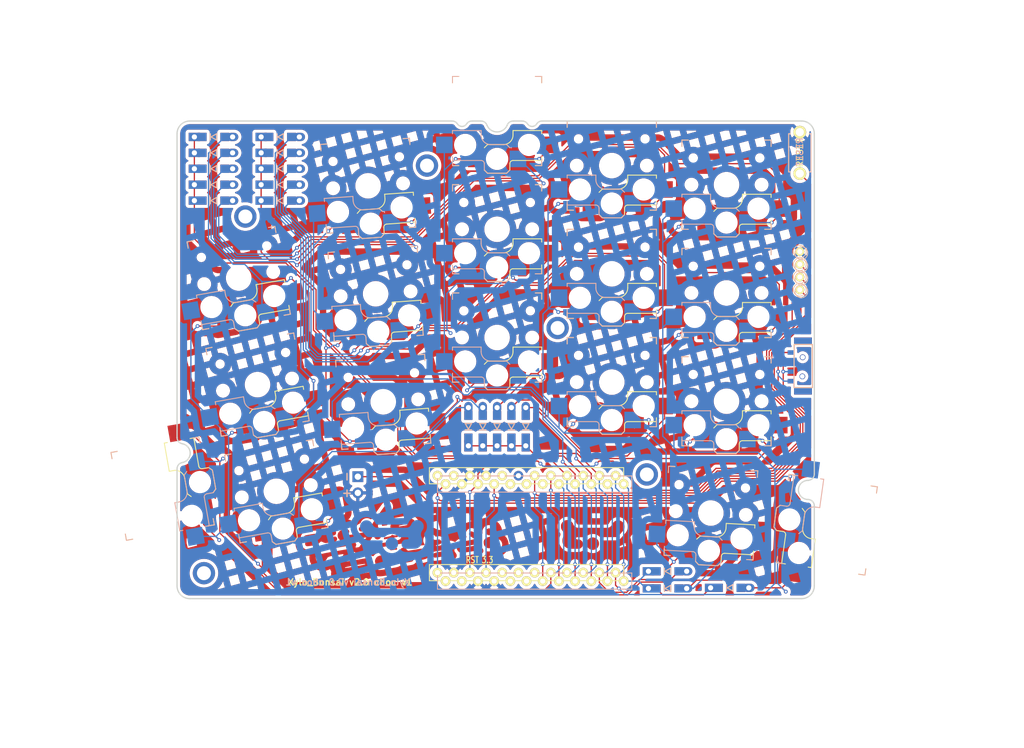
<source format=kicad_pcb>
(kicad_pcb (version 20241229) (generator "pcbnew") (generator_version "9.0")
  (layers (0 "F.Cu" signal) (2 "B.Cu" signal) (13 "F.Paste" user) (15 "B.Paste" user) (5 "F.SilkS" user "F.Silkscreen") (7 "B.SilkS" user "B.Silkscreen") (1 "F.Mask" user) (3 "B.Mask" user) (25 "Edge.Cuts" user))
  (net 0 "")
  (net 1 "Net-(BT2-+)")
  (net 2 "GND")
  (net 3 "Net-(D1-A)")
  (net 4 "R0")
  (net 5 "Net-(D2-A)")
  (net 6 "Net-(D3-A)")
  (net 7 "Net-(D4-A)")
  (net 8 "Net-(D5-A)")
  (net 9 "Net-(D6-A)")
  (net 10 "R1")
  (net 11 "Net-(D7-A)")
  (net 12 "Net-(D8-A)")
  (net 13 "Net-(D9-A)")
  (net 14 "Net-(D10-A)")
  (net 15 "Net-(D11-A)")
  (net 16 "Net-(D12-A)")
  (net 17 "R2")
  (net 18 "Net-(D13-A)")
  (net 19 "Net-(D14-A)")
  (net 20 "Net-(D15-A)")
  (net 21 "Net-(D16-A)")
  (net 22 "Net-(D17-A)")
  (net 23 "Net-(D18-A)")
  (net 24 "R3")
  (net 26 "Reset")
  (net 27 "C0")
  (net 28 "C1")
  (net 29 "C2")
  (net 30 "C3")
  (net 31 "C4")
  (net 35 "VCC")
  (net 36 "BAT+")
  (net 40 "SCL")
  (net 41 "SDA")
  (footprint "xylo:xylo" (layer "F.Cu") (at 184.815977 131 10)
    (property "Reference" "G***" (hide yes))
    (property "Value" "LOGO" (hide yes))
  )
  (footprint "xylo:D3_TH_SMD_v2" (layer "F.Cu") (at 155.5 68.5)
    (property "Reference" "D1" (hide yes))
    (property "Value" "D_Small" (hide yes))
  )
  (footprint "xylo:Kailh_socket_PG1350_reversible" (layer "F.Cu") (at 179.757 76.175 4)
    (property "Reference" "SW2" (hide yes))
    (property "Value" "MX_SW_HS" (hide yes))
  )
  (footprint "xylo:D3_TH_SMD_v2" (layer "F.Cu") (at 226.75 139.4)
    (property "Reference" "D17" (hide yes))
    (property "Value" "D_Small" (hide yes))
  )
  (footprint "xylo:Kailh_socket_PG1350_reversible" (layer "F.Cu") (at 218 90)
    (property "Reference" "SW9" (hide yes))
    (property "Value" "MX_SW_HS" (hide yes))
  )
  (footprint "MountingHole:MountingHole_2.2mm_M2_ISO7380_Pad" (layer "F.Cu") (at 154 137)
    (property "Reference" "MH4" (hide yes))
    (property "Value" "MountingHole" (hide yes))
  )
  (footprint "MountingHole:MountingHole_2.2mm_M2_ISO7380_Pad" (layer "F.Cu") (at 209.5 98.5)
    (property "Reference" "MH4" (hide yes))
    (property "Value" "MountingHole" (hide yes))
  )
  (footprint "xylo:Kailh_socket_PG1350_reversible_2" (layer "F.Cu") (at 147.518 123.728 100)
    (property "Reference" "SW16" (hide yes))
    (property "Value" "MX_SW_HS" (hide yes))
  )
  (footprint "xylo:D3_TH_SMD_v2" (layer "F.Cu") (at 155.5 76)
    (property "Reference" "D4" (hide yes))
    (property "Value" "D_Small" (hide yes))
  )
  (footprint "xylo:Kailh_socket_PG1350_reversible" (layer "F.Cu") (at 236 76)
    (property "Reference" "SW5" (hide yes))
    (property "Value" "MX_SW_HS" (hide yes))
  )
  (footprint "xylo:Kailh_socket_PG1350_reversible" (layer "F.Cu") (at 182.129 110.093 4)
    (property "Reference" "SW12" (hide yes))
    (property "Value" "MX_SW_HS" (hide yes))
  )
  (footprint "xylo:Kailh_socket_PG1350_reversible" (layer "F.Cu") (at 180.943 93.134 4)
    (property "Reference" "SW7" (hide yes))
    (property "Value" "MX_SW_HS" (hide yes))
  )
  (footprint "xylo:Kailh_socket_PG1350_reversible" (layer "F.Cu") (at 165.36 124.136 10)
    (property "Reference" "SW11" (hide yes))
    (property "Value" "MX_SW_HS" (hide yes))
  )
  (footprint "xylo:D3_TH_SMD_v2" (layer "F.Cu") (at 165.975 76)
    (property "Reference" "D9" (hide yes))
    (property "Value" "D_Small" (hide yes))
  )
  (footprint "xylo:MSK12C02_reversible" (layer "F.Cu") (at 249.3 108.35 180)
    (property "Reference" "PSW1" (hide yes))
    (property "Value" "SW_DPDT_x2" (hide yes))
  )
  (footprint "xylo:Kailh_socket_PG1350_reversible_3" (layer "F.Cu") (at 251.765 129.395 -98)
    (property "Reference" "SW18" (hide yes))
    (property "Value" "MX_SW_HS" (hide yes))
  )
  (footprint "xylo:D3_TH_SMD_v2" (layer "F.Cu") (at 226.75 136.7)
    (property "Reference" "D16" (hide yes))
    (property "Value" "D_Small" (hide yes))
  )
  (footprint "xylo:Kailh_socket_PG1350_reversible" (layer "F.Cu") (at 162.408 107.394 10)
    (property "Reference" "SW6" (hide yes))
    (property "Value" "MX_SW_HS" (hide yes))
  )
  (footprint "xylo:Kailh_socket_PG1350_reversible" (layer "F.Cu") (at 236 110)
    (property "Reference" "SW15" (hide yes))
    (property "Value" "MX_SW_HS" (hide yes))
  )
  (footprint "MountingHole:MountingHole_2.2mm_M2_ISO7380_Pad" (layer "F.Cu") (at 223.5 121.5)
    (property "Reference" "MH4" (hide yes))
    (property "Value" "MountingHole" (hide yes))
  )
  (footprint "xylo:D3_TH_SMD_v2" (layer "F.Cu") (at 155.5 73.5)
    (property "Reference" "D3" (hide yes))
    (property "Value" "D_Small" (hide yes))
  )
  (footprint "xylo:Kailh_socket_PG1350_reversible" (layer "F.Cu") (at 200 83)
    (property "Reference" "SW8" (hide yes))
    (property "Value" "MX_SW_HS" (hide yes))
  )
  (footprint "xylo:D3_TH_SMD_v2" (layer "F.Cu") (at 155.5 78.5)
    (property "Reference" "D5" (hide yes))
    (property "Value" "D_Small" (hide yes))
  )
  (footprint "xylo:D3_TH_SMD_v2" (layer "F.Cu") (at 165.975 68.5)
    (property "Reference" "D6" (hide yes))
    (property "Value" "D_Small" (hide yes))
  )
  (footprint "xylo:D3_TH_SMD_v2" (layer "F.Cu") (at 165.975 78.5)
    (property "Reference" "D10" (hide yes))
    (property "Value" "D_Small" (hide yes))
  )
  (footprint "xylo:Kailh_socket_PG1350_reversible" (layer "F.Cu") (at 218 73)
    (property "Reference" "SW4" (hide yes))
    (property "Value" "MX_SW_HS" (hide yes))
  )
  (footprint "xylo:Kailh_socket_PG1350_reversible" (layer "F.Cu") (at 236 93)
    (property "Reference" "SW10" (hide yes))
    (property "Value" "MX_SW_HS" (hide yes))
  )
  (footprint "xylo:D3_TH_SMD_v2" (layer "F.Cu") (at 204.5 114 90)
    (property "Reference" "D15" (hide yes))
    (property "Value" "D_Small" (hide yes))
  )
  (footprint "xylo:D3_TH_SMD_v2" (layer "F.Cu") (at 155.5 71)
    (property "Reference" "D2" (hide yes))
    (property "Value" "D_Small" (hide yes))
  )
  (footprint "xylo:D3_TH_SMD_v2" (layer "F.Cu") (at 195.5 114 90)
    (property "Reference" "D11" (hide yes))
    (property "Value" "D_Small" (hide yes))
  )
  (footprint "xylo:EX_conn" (layer "F.Cu") (at 247.5 86.5 -90)
    (property "Reference" "J1" (hide yes))
    (property "Value" "conn" (hide yes))
  )
  (footprint "xylo:D3_TH_SMD_v2" (layer "F.Cu") (at 236.5 139.3)
    (property "Reference" "D18" (hide yes))
    (property "Value" "D_Small" (hide yes))
  )
  (footprint "xylo:Kailh_socket_PG1350_reversible_4" (layer "F.Cu") (at 200 66)
    (property "Reference" "SW3" (hide yes))
    (property "Value" "MX_SW_HS" (hide yes))
  )
  (footprint "xylo:l" (layer "F.Cu") (at 215 131)
    (property "Reference" "G***" (hide yes))
    (property "Value" "LOGO" (hide yes))
  )
  (footprint "xylo:D3_TH_SMD_v2" (layer "F.Cu") (at 202.25 114 90)
    (property "Reference" "D14" (hide yes))
    (property "Value" "D_Small" (hide yes))
  )
  (footprint "xylo:D3_TH_SMD_v2" (layer "F.Cu") (at 200 114 90)
    (property "Reference" "D13" (hide yes))
    (property "Value" "D_Small" (hide yes))
  )
  (footprint "xylo:Kailh_socket_PG1350_reversible" (layer "F.Cu") (at 233.543 127.559 -3)
    (property "Reference" "SW17" (hide yes))
    (property "Value" "MX_SW_HS" (hide yes))
  )
  (footprint "MountingHole:MountingHole_2.2mm_M2_ISO7380_Pad" (layer "F.Cu") (at 160.5 81)
    (property "Reference" "MH4" (hide yes))
    (property "Value" "MountingHole" (hide yes))
  )
  (footprint "xylo:Kailh_socket_PG1350_reversible" (layer "F.Cu") (at 200 100)
    (property "Reference" "SW13" (hide yes))
    (property "Value" "MX_SW_HS" (hide yes))
  )
  (footprint "xylo:Kailh_socket_PG1350_reversible" (layer "F.Cu") (at 218 107)
    (property "Reference" "SW14" (hide yes))
    (property "Value" "MX_SW_HS" (hide yes))
  )
  (footprint "MountingHole:MountingHole_2.2mm_M2_ISO7380_Pad" (layer "F.Cu") (at 189 73)
    (property "Reference" "MH4" (hide yes))
    (property "Value" "MountingHole" (hide yes))
  )
  (footprint "xylo:ProMicro_v2" (layer "F.Cu") (at 205.128 129.35 90)
    (property "Reference" "U1" (hide yes))
    (property "Value" "nice_nano" (hide yes))
  )
  (footprint "xylo:Battery_TH" (layer "F.Cu") (at 178.15 121.85)
    (property "Reference" "BT2" (hide yes))
    (property "Value" "Battery_Cell" (hide yes))
  )
  (footprint "xylo:D3_TH_SMD_v2" (layer "F.Cu") (at 197.75 114 90)
    (property "Reference" "D12" (hide yes))
    (property "Value" "D_Small" (hide yes))
  )
  (footprint "xylo:ResetSW" (layer "F.Cu") (at 247.5 71 90)
    (property "Reference" "RSW1" (hide yes))
    (property "Value" "SW_Push")
  )
  (footprint "xylo:Kailh_socket_PG1350_reversible" (layer "F.Cu") (at 159.456 90.652 10)
    (property "Reference" "SW1" (hide yes))
    (property "Value" "MX_SW_HS" (hide yes))
  )
  (footprint "xylo:D3_TH_SMD_v2" (layer "F.Cu") (at 165.975 71)
    (property "Reference" "D7" (hide yes))
    (property "Value" "D_Small" (hide yes))
  )
  (footprint "xylo:D3_TH_SMD_v2" (layer "F.Cu") (at 165.975 73.5)
    (property "Reference" "D8" (hide yes))
    (property "Value" "D_Small" (hide yes))
  )
  (footprint "xylo:l" (layer "B.Cu") (at 183.5 131 180)
    (property "Reference" "G***" (hide yes))
    (property "Value" "LOGO" (hide yes))
  )
  (gr_line (start 149.780053 115.69177) (end 149.78 115.69177) (stroke (width 0.2)) (layer "Edge.Cuts"))
  (gr_line (start 149.78 120.61447) (end 149.78 138.99997) (stroke (width 0.2)) (layer "Edge.Cuts"))
  (gr_arc (start 248.785977 125.429076) (mid 249.489239 125.724057) (end 249.78 126.429058) (stroke (width 0.2)) (layer "Edge.Cuts"))
  (gr_arc (start 249.78 121.42917) (mid 249.489223 122.134143) (end 248.785977 122.42913) (stroke (width 0.2)) (layer "Edge.Cuts"))
  (gr_arc (start 206.214371 66.459722) (mid 205.49835 66.8509) (end 204.782329 66.459722) (stroke (width 0.2)) (layer "Edge.Cuts"))
  (gr_arc (start 150.604781 116.676353) (mid 151.841955 118.153166) (end 150.604781 119.629942) (stroke (width 0.2)) (layer "Edge.Cuts"))
  (gr_line (start 149.78 115.69177) (end 149.78 67.99997) (stroke (width 0.2)) (layer "Edge.Cuts"))
  (gr_arc (start 197.474228 66) (mid 198.036213 66.172859) (end 198.403919 66.631676) (stroke (width 0.2)) (layer "Edge.Cuts"))
  (gr_arc (start 201.592781 66.631676) (mid 199.99835 67.715) (end 198.403919 66.631676) (stroke (width 0.2)) (layer "Edge.Cuts"))
  (gr_line (start 151.780028 141) (end 247.792734 141) (stroke (width 0.2)) (layer "Edge.Cuts"))
  (gr_arc (start 151.780028 141) (mid 150.365794 140.414205) (end 149.78 138.99997) (stroke (width 0.2)) (layer "Edge.Cuts"))
  (gr_arc (start 195.214371 66.459722) (mid 194.49835 66.8509) (end 193.782329 66.459722) (stroke (width 0.2)) (layer "Edge.Cuts"))
  (gr_arc (start 149.78 120.61447) (mid 150.01344 119.972287) (end 150.604781 119.629942) (stroke (width 0.2)) (layer "Edge.Cuts"))
  (gr_arc (start 201.592781 66.631676) (mid 201.960474 66.172827) (end 202.522478 66) (stroke (width 0.2)) (layer "Edge.Cuts"))
  (gr_arc (start 206.214371 66.459722) (mid 206.576419 66.122425) (end 207.055858 66) (stroke (width 0.2)) (layer "Edge.Cuts"))
  (gr_arc (start 247.780028 66) (mid 249.194221 66.585778) (end 249.78 67.99997) (stroke (width 0.2)) (layer "Edge.Cuts"))
  (gr_arc (start 195.214371 66.459722) (mid 195.576419 66.122425) (end 196.055858 66) (stroke (width 0.2)) (layer "Edge.Cuts"))
  (gr_arc (start 192.940828 66) (mid 193.420272 66.122432) (end 193.782329 66.459722) (stroke (width 0.2)) (layer "Edge.Cuts"))
  (gr_line (start 249.78 126.429058) (end 249.78 138.99997) (stroke (width 0.2)) (layer "Edge.Cuts"))
  (gr_line (start 249.78 121.42917) (end 249.78 67.99997) (stroke (width 0.2)) (layer "Edge.Cuts"))
  (gr_line (start 151.78 66) (end 192.940828 66) (stroke (width 0.2)) (layer "Edge.Cuts"))
  (gr_arc (start 249.78 138.99997) (mid 249.194201 140.414184) (end 247.792734 141) (stroke (width 0.2)) (layer "Edge.Cuts"))
  (gr_line (start 196.055858 66) (end 197.474228 66) (stroke (width 0.2)) (layer "Edge.Cuts"))
  (gr_arc (start 150.604781 116.676353) (mid 150.013476 116.333989) (end 149.780053 115.69177) (stroke (width 0.2)) (layer "Edge.Cuts"))
  (gr_line (start 247.780028 66) (end 207.055858 66) (stroke (width 0.2)) (layer "Edge.Cuts"))
  (gr_arc (start 248.785977 125.429076) (mid 247.294895 123.92907) (end 248.785977 122.42913) (stroke (width 0.2)) (layer "Edge.Cuts"))
  (gr_arc (start 203.940828 66) (mid 204.420272 66.122432) (end 204.782329 66.459722) (stroke (width 0.2)) (layer "Edge.Cuts"))
  (gr_arc (start 149.78 67.99997) (mid 150.365774 66.585757) (end 151.78 66) (stroke (width 0.2)) (layer "Edge.Cuts"))
  (gr_line (start 202.522478 66) (end 203.940828 66) (stroke (width 0.2)) (layer "Edge.Cuts"))
  (gr_text "3.3" (at 197.5 135.5 0) (layer "F.SilkS") (effects (font (size 1 0.75) (thickness 0.15) (bold yes)) (justify left bottom)))
  (gr_text "Xylo_Bonsai v2.0 choc v1" (at 167 139 0) (layer "F.SilkS") (effects (font (size 1 1) (thickness 0.2) (bold yes)) (justify left bottom)))
  (gr_text "RST" (at 195 135.5 0) (layer "F.SilkS") (effects (font (size 1 0.75) (thickness 0.15) (bold yes)) (justify left bottom)))
  (gr_text "Xylo_Bonsai v2.0 choc v1" (at 186.5 139 0) (layer "B.SilkS") (effects (font (size 1 1) (thickness 0.2) (bold yes)) (justify left bottom mirror)))
  (gr_text "" (at 199.78 147.75 0) (layer "Edge.Cuts") (effects (font (size 3.5 3.15) (thickness 0.4375)) (justify top)))
  (segment (start 244.9 104.275) (end 245.325 103.85) (width 0.2) (layer "F.Cu") (net 1))
  (segment (start 189.4 126) (end 185.25 121.85) (width 0.2) (layer "F.Cu") (net 1))
  (segment (start 249.179 117.321) (end 243.949 122.551) (width 0.2) (layer "F.Cu") (net 1))
  (segment (start 231.7671 126) (end 189.4 126) (width 0.2) (layer "F.Cu") (net 1))
  (segment (start 249.179 112.329) (end 249.179 117.321) (width 0.2) (layer "F.Cu") (net 1))
  (segment (start 244.9 108.05) (end 249.179 112.329) (width 0.2) (layer "F.Cu") (net 1))
  (segment (start 245.325 103.85) (end 246.1 103.85) (width 0.2) (layer "F.Cu") (net 1))
  (segment (start 243.949 122.551) (end 235.2161 122.551) (width 0.2) (layer "F.Cu") (net 1))
  (segment (start 244.9 105.35) (end 244.9 104.275) (width 0.2) (layer "F.Cu") (net 1))
  (segment (start 235.2161 122.551) (end 231.7671 126) (width 0.2) (layer "F.Cu") (net 1))
  (segment (start 185.25 121.85) (end 178.15 121.85) (width 0.2) (layer "F.Cu") (net 1))
  (segment (start 244.9 105.35) (end 244.9 108.05) (width 0.2) (layer "F.Cu") (net 1))
  (via (at 244.9 105.35) (size 0.6) (drill 0.3) (layers "F.Cu" "B.Cu") (net 1))
  (segment (start 244.9 105.35) (end 246.1 105.35) (width 0.2) (layer "B.Cu") (net 1))
  (segment (start 167.65 90.65) (end 168.256465 91.256465) (width 0.2) (layer "F.Cu") (net 3))
  (segment (start 168.256465 91.256465) (end 168.256465 92.90809) (width 0.2) (layer "F.Cu") (net 3))
  (via (at 167.65 90.65) (size 0.6) (drill 0.3) (layers "F.Cu" "B.Cu") (net 3))
  (segment (start 160.4 88.5) (end 163.1 91.2) (width 0.2) (layer "B.Cu") (net 3))
  (segment (start 163.1 95.328456) (end 163.714452 95.942908) (width 0.2) (layer "B.Cu") (net 3))
  (segment (start 158.6 88.5) (end 160.4 88.5) (width 0.2) (layer "B.Cu") (net 3))
  (segment (start 163.1 91.2) (end 167.1 91.2) (width 0.2) (layer "B.Cu") (net 3))
  (segment (start 163.1 91.2) (end 163.1 95.328456) (width 0.2) (layer "B.Cu") (net 3))
  (segment (start 157.27 68.5) (end 154.721 71.049) (width 0.2) (layer "B.Cu") (net 3))
  (segment (start 154.721 71.049) (end 154.721 84.621) (width 0.2) (layer "B.Cu") (net 3))
  (segment (start 154.721 84.621) (end 158.6 88.5) (width 0.2) (layer "B.Cu") (net 3))
  (segment (start 167.1 91.2) (end 167.65 90.65) (width 0.2) (layer "B.Cu") (net 3))
  (segment (start 152.5 78.5) (end 152.5 84.5) (width 0.2) (layer "F.Cu") (net 4))
  (segment (start 183.31 107.8) (end 184.43 108.92) (width 0.2) (layer "F.Cu") (net 4))
  (segment (start 152.5 76) (end 152.5 73.5) (width 0.2) (layer "F.Cu") (net 4))
  (segment (start 152.5 73.5) (end 152.5 71) (width 0.2) (layer "F.Cu") (net 4))
  (segment (start 152.5 71) (end 152.5 68.5) (width 0.2) (layer "F.Cu") (net 4))
  (segment (start 187.231 119.001) (end 208.2774 119.001) (width 0.2) (layer "F.Cu") (net 4))
  (segment (start 166.85 88.3) (end 171.19 92.64) (width 0.2) (layer "F.Cu") (net 4))
  (segment (start 171.19 92.64) (end 171.19 98.84) (width 0.2) (layer "F.Cu") (net 4))
  (segment (start 152.5 84.5) (end 156.3 88.3) (width 0.2) (layer "F.Cu") (net 4))
  (segment (start 180.15 107.8) (end 183.31 107.8) (width 0.2) (layer "F.Cu") (net 4))
  (segment (start 212.24 135.6) (end 212.24 138.24) (width 0.2) (layer "F.Cu") (net 4))
  (segment (start 184.43 108.92) (end 184.43 116.2) (width 0.2) (layer "F.Cu") (net 4))
  (segment (start 156.3 88.3) (end 166.85 88.3) (width 0.2) (layer "F.Cu") (net 4))
  (segment (start 152.5 78.5) (end 152.5 76) (width 0.2) (layer "F.Cu") (net 4))
  (segment (start 184.43 116.2) (end 187.231 119.001) (width 0.2) (layer "F.Cu") (net 4))
  (segment (start 171.19 98.84) (end 180.15 107.8) (width 0.2) (layer "F.Cu") (net 4))
  (segment (start 208.2774 119.001) (end 210.97 121.6936) (width 0.2) (layer "F.Cu") (net 4))
  (via (at 212.24 135.6) (size 0.6) (drill 0.3) (layers "F.Cu" "B.Cu") (net 4))
  (segment (start 210.97 123.77) (end 210.97 121.6936) (width 0.2) (layer "B.Cu") (net 4))
  (segment (start 212.24 125.04) (end 210.97 123.77) (width 0.2) (layer "B.Cu") (net 4))
  (segment (start 212.24 135.6) (end 212.24 125.04) (width 0.2) (layer "B.Cu") (net 4))
  (segment (start 186.903 85.403) (end 187.3 85.8) (width 0.2) (layer "F.Cu") (net 5))
  (segment (start 188.273429 80.190679) (end 188.273429 79.33863) (width 0.2) (layer "F.Cu") (net 5))
  (segment (start 168.6 88.634373) (end 171.831373 85.403) (width 0.2) (layer "F.Cu") (net 5))
  (segment (start 171.831373 85.403) (end 186.903 85.403) (width 0.2) (layer "F.Cu") (net 5))
  (segment (start 186.582054 81.882054) (end 188.273429 80.190679) (width 0.2) (layer "F.Cu") (net 5))
  (via (at 186.582054 81.882054) (size 0.6) (drill 0.3) (layers "F.Cu" "B.Cu") (net 5))
  (via (at 168.6 88.634373) (size 0.6) (drill 0.3) (layers "F.Cu" "B.Cu") (net 5))
  (via (at 187.3 85.8) (size 0.6) (drill 0.3) (layers "F.Cu" "B.Cu") (net 5))
  (segment (start 183.439073 81.882054) (end 183.439073 81.939073) (width 0.2) (layer "B.Cu") (net 5))
  (segment (start 183.439073 81.882054) (end 186.582054 81.882054) (width 0.2) (layer "B.Cu") (net 5))
  (segment (start 168.6 88.634373) (end 168.065627 88.1) (width 0.2) (layer "B.Cu") (net 5))
  (segment (start 158.7671 88.1) (end 155.122 84.4549) (width 0.2) (layer "B.Cu") (net 5))
  (segment (start 155.122 84.4549) (end 155.122 73.148) (width 0.2) (layer "B.Cu") (net 5))
  (segment (start 168.065627 88.1) (end 158.7671 88.1) (width 0.2) (layer "B.Cu") (net 5))
  (segment (start 155.122 73.148) (end 157.27 71) (width 0.2) (layer "B.Cu") (net 5))
  (segment (start 183.439073 81.939073) (end 187.3 85.8) (width 0.2) (layer "B.Cu") (net 5))
  (segment (start 186.763605 85.002) (end 171.298 85.002) (width 0.2) (layer "F.Cu") (net 6))
  (segment (start 206.6 71.95) (end 208.275 70.275) (width 0.2) (layer "F.Cu") (net 6))
  (segment (start 206.902 75.402) (end 196.363605 75.402) (width 0.2) (layer "F.Cu") (net 6))
  (segment (start 208.275 70.275) (end 208.275 69.75) (width 0.2) (layer "F.Cu") (net 6))
  (segment (start 171.298 85.002) (end 168.6 87.7) (width 0.2) (layer "F.Cu") (net 6))
  (segment (start 207.3 75.8) (end 206.902 75.402) (width 0.2) (layer "F.Cu") (net 6))
  (segment (start 196.363605 75.402) (end 186.763605 85.002) (width 0.2) (layer "F.Cu") (net 6))
  (via (at 206.6 71.95) (size 0.6) (drill 0.3) (layers "F.Cu" "B.Cu") (net 6))
  (via (at 207.3 75.8) (size 0.6) (drill 0.3) (layers "F.Cu" "B.Cu") (net 6))
  (via (at 168.6 87.7) (size 0.6) (drill 0.3) (layers "F.Cu" "B.Cu") (net 6))
  (segment (start 203.45 71.95) (end 207.3 75.8) (width 0.2) (layer "B.Cu") (net 6))
  (segment (start 203.275 71.95) (end 203.45 71.95) (width 0.2) (layer "B.Cu") (net 6))
  (segment (start 158.9332 87.699) (end 155.523 84.2888) (width 0.2) (layer "B.Cu") (net 6))
  (segment (start 155.523 75.247) (end 157.27 73.5) (width 0.2) (layer "B.Cu") (net 6))
  (segment (start 168.599 87.699) (end 158.9332 87.699) (width 0.2) (layer "B.Cu") (net 6))
  (segment (start 155.523 84.2888) (end 155.523 75.247) (width 0.2) (layer "B.Cu") (net 6))
  (segment (start 203.275 71.95) (end 206.6 71.95) (width 0.2) (layer "B.Cu") (net 6))
  (segment (start 168.6 87.7) (end 168.599 87.699) (width 0.2) (layer "B.Cu") (net 6))
  (segment (start 226.275 77.525) (end 226.275 76.75) (width 0.2) (layer "F.Cu") (net 7))
  (segment (start 206.6661 75.001) (end 196.197505 75.001) (width 0.2) (layer "F.Cu") (net 7))
  (segment (start 224.85 78.95) (end 226.275 77.525) (width 0.2) (layer "F.Cu") (net 7))
  (segment (start 196.197505 75.001) (end 186.597505 84.601) (width 0.2) (layer "F.Cu") (net 7))
  (segment (start 170.799 84.601) (end 168.6 86.8) (width 0.2) (layer "F.Cu") (net 7))
  (segment (start 211.5661 70.101) (end 206.6661 75.001) (width 0.2) (layer "F.Cu") (net 7))
  (segment (start 226.275 76.75) (end 226.275 71.3421) (width 0.2) (layer "F.Cu") (net 7))
  (segment (start 186.597505 84.601) (end 170.799 84.601) (width 0.2) (layer "F.Cu") (net 7))
  (segment (start 225.0339 70.101) (end 211.5661 70.101) (width 0.2) (layer "F.Cu") (net 7))
  (segment (start 226.275 71.3421) (end 225.0339 70.101) (width 0.2) (layer "F.Cu") (net 7))
  (via (at 224.85 78.95) (size 0.6) (drill 0.3) (layers "F.Cu" "B.Cu") (net 7))
  (via (at 168.6 86.8) (size 0.6) (drill 0.3) (layers "F.Cu" "B.Cu") (net 7))
  (segment (start 159.0993 87.298) (end 159.102 87.298) (width 0.2) (layer "B.Cu") (net 7))
  (segment (start 159.102 87.298) (end 168.102 87.298) (width 0.2) (layer "B.Cu") (net 7))
  (segment (start 155.924 77.346) (end 155.924 84.1227) (width 0.2) (layer "B.Cu") (net 7))
  (segment (start 157.27 76) (end 155.924 77.346) (width 0.2) (layer "B.Cu") (net 7))
  (segment (start 168.102 87.298) (end 168.6 86.8) (width 0.2) (layer "B.Cu") (net 7))
  (segment (start 224.85 78.95) (end 221.275 78.95) (width 0.2) (layer "B.Cu") (net 7))
  (segment (start 155.924 84.1227) (end 159.0993 87.298) (width 0.2) (layer "B.Cu") (net 7))
  (segment (start 196.031405 74.6) (end 186.431405 84.2) (width 0.2) (layer "F.Cu") (net 8))
  (segment (start 244.275 80.775) (end 243.1 81.95) (width 0.2) (layer "F.Cu") (net 8))
  (segment (start 244.275 79.75) (end 244.275 74.675) (width 0.2) (layer "F.Cu") (net 8))
  (segment (start 206.5 74.6) (end 196.031405 74.6) (width 0.2) (layer "F.Cu") (net 8))
  (segment (start 186.431405 84.2) (end 170.3 84.2) (width 0.2) (layer "F.Cu") (net 8))
  (segment (start 170.3 84.2) (end 168.6 85.9) (width 0.2) (layer "F.Cu") (net 8))
  (segment (start 211.4 69.7) (end 206.5 74.6) (width 0.2) (layer "F.Cu") (net 8))
  (segment (start 244.275 74.675) (end 242.3 72.7) (width 0.2) (layer "F.Cu") (net 8))
  (segment (start 242.3 72.7) (end 228.2 72.7) (width 0.2) (layer "F.Cu") (net 8))
  (segment (start 228.2 72.7) (end 225.2 69.7) (width 0.2) (layer "F.Cu") (net 8))
  (segment (start 244.275 79.75) (end 244.275 80.775) (width 0.2) (layer "F.Cu") (net 8))
  (segment (start 225.2 69.7) (end 211.4 69.7) (width 0.2) (layer "F.Cu") (net 8))
  (via (at 168.6 85.9) (size 0.6) (drill 0.3) (layers "F.Cu" "B.Cu") (net 8))
  (via (at 243.1 81.95) (size 0.6) (drill 0.3) (layers "F.Cu" "B.Cu") (net 8))
  (segment (start 156.325 79.395) (end 157.22 78.5) (width 0.2) (layer "B.Cu") (net 8))
  (segment (start 157.22 78.5) (end 157.27 78.5) (width 0.2) (layer "B.Cu") (net 8))
  (segment (start 167.603 86.897) (end 159.2654 86.897) (width 0.2) (layer "B.Cu") (net 8))
  (segment (start 159.2654 86.897) (end 156.325 83.9566) (width 0.2) (layer "B.Cu") (net 8))
  (segment (start 239.275 81.95) (end 243.1 81.95) (width 0.2) (layer "B.Cu") (net 8))
  (segment (start 156.325 83.9566) (end 156.325 79.395) (width 0.2) (layer "B.Cu") (net 8))
  (segment (start 168.6 85.9) (end 167.603 86.897) (width 0.2) (layer "B.Cu") (net 8))
  (segment (start 171.2 106.8) (end 171.2 109.641625) (width 0.2) (layer "F.Cu") (net 9))
  (segment (start 171.2 109.641625) (end 171.208465 109.65009) (width 0.2) (layer "F.Cu") (net 9))
  (via (at 171.2 106.8) (size 0.6) (drill 0.3) (layers "F.Cu" "B.Cu") (net 9))
  (segment (start 171.2 106.8) (end 171.2 109.619716) (width 0.2) (layer "B.Cu") (net 9))
  (segment (start 165.2 80.6684) (end 165.2 71.045) (width 0.2) (layer "B.Cu") (net 9))
  (segment (start 171.2 106.8) (end 169.2 104.8) (width 0.2) (layer "B.Cu") (net 9))
  (segment (start 168.134808 112.684908) (end 166.666452 112.684908) (width 0.2) (layer "B.Cu") (net 9))
  (segment (start 169.2 84.6684) (end 165.2 80.6684) (width 0.2) (layer "B.Cu") (net 9))
  (segment (start 165.2 71.045) (end 167.745 68.5) (width 0.2) (layer "B.Cu") (net 9))
  (segment (start 169.2 104.8) (end 169.2 84.6684) (width 0.2) (layer "B.Cu") (net 9))
  (segment (start 171.2 109.619716) (end 168.134808 112.684908) (width 0.2) (layer "B.Cu") (net 9))
  (segment (start 214.8 135.6) (end 214.78 135.62) (width 0.2) (layer "F.Cu") (net 10))
  (segment (start 162.975 73.5) (end 162.975 76) (width 0.2) (layer "F.Cu") (net 10))
  (segment (start 162.975 86.575) (end 164.299 87.899) (width 0.2) (layer "F.Cu") (net 10))
  (segment (start 162.975 78.5) (end 162.975 86.575) (width 0.2) (layer "F.Cu") (net 10))
  (segment (start 162.975 76) (end 162.975 78.5) (width 0.2) (layer "F.Cu") (net 10))
  (segment (start 210.4164 118.6) (end 213.51 121.6936) (width 0.2) (layer "F.Cu") (net 10))
  (segment (start 167.0161 87.899) (end 171.591 92.4739) (width 0.2) (layer "F.Cu") (net 10))
  (segment (start 187.3971 118.6) (end 210.4164 118.6) (width 0.2) (layer "F.Cu") (net 10))
  (segment (start 171.591 92.4739) (end 171.591 98.6739) (width 0.2) (layer "F.Cu") (net 10))
  (segment (start 184.831 108.7539) (end 184.831 116.0339) (width 0.2) (layer "F.Cu") (net 10))
  (segment (start 183.4761 107.399) (end 184.831 108.7539) (width 0.2) (layer "F.Cu") (net 10))
  (segment (start 214.78 135.62) (end 214.78 138.24) (width 0.2) (layer "F.Cu") (net 10))
  (segment (start 180.3161 107.399) (end 183.4761 107.399) (width 0.2) (layer "F.Cu") (net 10))
  (segment (start 162.975 68.5) (end 162.975 71) (width 0.2) (layer "F.Cu") (net 10))
  (segment (start 162.975 71) (end 162.975 73.5) (width 0.2) (layer "F.Cu") (net 10))
  (segment (start 164.299 87.899) (end 167.0161 87.899) (width 0.2) (layer "F.Cu") (net 10))
  (segment (start 184.831 116.0339) (end 187.3971 118.6) (width 0.2) (layer "F.Cu") (net 10))
  (segment (start 171.591 98.6739) (end 180.3161 107.399) (width 0.2) (layer "F.Cu") (net 10))
  (via (at 214.8 135.6) (size 0.6) (drill 0.3) (layers "F.Cu" "B.Cu") (net 10))
  (segment (start 214.8 135.6) (end 214.8 125) (width 0.2) (layer "B.Cu") (net 10))
  (segment (start 213.51 123.71) (end 213.51 121.6936) (width 0.2) (layer "B.Cu") (net 10))
  (segment (start 214.8 125) (end 213.51 123.71) (width 0.2) (layer "B.Cu") (net 10))
  (segment (start 189.459429 96.392041) (end 189.459429 96.29763) (width 0.2) (layer "F.Cu") (net 11))
  (segment (start 187.625735 98.225735) (end 189.459429 96.392041) (width 0.2) (layer "F.Cu") (net 11))
  (via (at 187.625735 98.225735) (size 0.6) (drill 0.3) (layers "F.Cu" "B.Cu") (net 11))
  (segment (start 187.625735 98.225735) (end 187.010416 98.841054) (width 0.2) (layer "B.Cu") (net 11))
  (segment (start 184.625073 98.841054) (end 179.664127 103.802) (width 0.2) (layer "B.Cu") (net 11))
  (segment (start 169.6 84.501298) (end 165.601 80.502298) (width 0.2) (layer "B.Cu") (net 11))
  (segment (start 171.4678 103.802) (end 169.6 101.9342) (width 0.2) (layer "B.Cu") (net 11))
  (segment (start 165.601 80.502298) (end 165.601 73.144) (width 0.2) (layer "B.Cu") (net 11))
  (segment (start 179.664127 103.802) (end 171.4678 103.802) (width 0.2) (layer "B.Cu") (net 11))
  (segment (start 165.601 73.144) (end 167.745 71) (width 0.2) (layer "B.Cu") (net 11))
  (segment (start 187.010416 98.841054) (end 184.625073 98.841054) (width 0.2) (layer "B.Cu") (net 11))
  (segment (start 169.6 101.9342) (end 169.6 84.501298) (width 0.2) (layer "B.Cu") (net 11))
  (segment (start 186.0661 101.801) (end 186.0332 101.801) (width 0.2) (layer "F.Cu") (net 12))
  (segment (start 186.0322 101.802) (end 179.998 101.802) (width 0.2) (layer "F.Cu") (net 12))
  (segment (start 208.275 87.525) (end 208.275 86.75) (width 0.2) (layer "F.Cu") (net 12))
  (segment (start 202.5 90.6) (end 202.899 90.999) (width 0.2) (layer "F.Cu") (net 12))
  (segment (start 179.998 101.802) (end 179.7 102.1) (width 0.2) (layer "F.Cu") (net 12))
  (segment (start 186.0332 101.801) (end 186.0322 101.802) (width 0.2) (layer "F.Cu") (net 12))
  (segment (start 192.7 99.3) (end 192.302 98.902) (width 0.2) (layer "F.Cu") (net 12))
  (segment (start 204.801 90.999) (end 208.275 87.525) (width 0.2) (layer "F.Cu") (net 12))
  (segment (start 202.899 90.999) (end 204.801 90.999) (width 0.2) (layer "F.Cu") (net 12))
  (segment (start 188.9651 98.902) (end 186.0661 101.801) (width 0.2) (layer "F.Cu") (net 12))
  (segment (start 192.302 98.902) (end 188.9651 98.902) (width 0.2) (layer "F.Cu") (net 12))
  (via (at 179.7 102.1) (size 0.6) (drill 0.3) (layers "F.Cu" "B.Cu") (net 12))
  (via (at 192.7 99.3) (size 0.6) (drill 0.3) (layers "F.Cu" "B.Cu") (net 12))
  (via (at 202.5 90.6) (size 0.6) (drill 0.3) (layers "F.Cu" "B.Cu") (net 12))
  (segment (start 178.399 103.401) (end 171.6339 103.401) (width 0.2) (layer "B.Cu") (net 12))
  (segment (start 170.001 84.3352) (end 166.002 80.3362) (width 0.2) (layer "B.Cu") (net 12))
  (segment (start 200.5 91.5) (end 193.7 91.5) (width 0.2) (layer "B.Cu") (net 12))
  (segment (start 202.5 90.6) (end 201.95 90.05) (width 0.2) (layer "B.Cu") (net 12))
  (segment (start 179.7 102.1) (end 178.399 103.401) (width 0.2) (layer "B.Cu") (net 12))
  (segment (start 193.7 91.5) (end 192.126 93.074) (width 0.2) (layer "B.Cu") (net 12))
  (segment (start 171.6339 103.401) (end 170.001 101.7681) (width 0.2) (layer "B.Cu") (net 12))
  (segment (start 166.002 80.3362) (end 166.002 75.243) (width 0.2) (layer "B.Cu") (net 12))
  (segment (start 170.001 101.7681) (end 170.001 84.3352) (width 0.2) (layer "B.Cu") (net 12))
  (segment (start 201.95 90.05) (end 200.5 91.5) (width 0.2) (layer "B.Cu") (net 12))
  (segment (start 192.126 93.074) (end 192.126 98.726) (width 0.2) (layer "B.Cu") (net 12))
  (segment (start 201.95 90.05) (end 203.05 88.95) (width 0.2) (layer "B.Cu") (net 12))
  (segment (start 203.05 88.95) (end 203.275 88.95) (width 0.2) (layer "B.Cu") (net 12))
  (segment (start 192.126 98.726) (end 192.7 99.3) (width 0.2) (layer "B.Cu") (net 12))
  (segment (start 166.002 75.243) (end 167.745 73.5) (width 0.2) (layer "B.Cu") (net 12))
  (segment (start 211.8661 87.201) (end 224.9339 87.201) (width 0.2) (layer "F.Cu") (net 13))
  (segment (start 178.636658 102.036658) (end 179.272316 101.401) (width 0.2) (layer "F.Cu") (net 13))
  (segment (start 185.8661 101.401) (end 185.8671 101.4) (width 0.2) (layer "F.Cu") (net 13))
  (segment (start 207.2661 91.801) (end 211.8661 87.201) (width 0.2) (layer "F.Cu") (net 13))
  (segment (start 185.8671 101.4) (end 185.9 101.4) (width 0.2) (layer "F.Cu") (net 13))
  (segment (start 179.272316 101.401) (end 185.8661 101.401) (width 0.2) (layer "F.Cu") (net 13))
  (segment (start 193.8661 98.501) (end 200.5661 91.801) (width 0.2) (layer "F.Cu") (net 13))
  (segment (start 226.275 88.5421) (end 226.275 93.75) (width 0.2) (layer "F.Cu") (net 13))
  (segment (start 188.799 98.501) (end 193.8661 98.501) (width 0.2) (layer "F.Cu") (net 13))
  (segment (start 224.9339 87.201) (end 226.275 88.5421) (width 0.2) (layer "F.Cu") (net 13))
  (segment (start 200.5661 91.801) (end 207.2661 91.801) (width 0.2) (layer "F.Cu") (net 13))
  (segment (start 226.275 94.825) (end 226.275 93.75) (width 0.2) (layer "F.Cu") (net 13))
  (segment (start 185.9 101.4) (end 188.799 98.501) (width 0.2) (layer "F.Cu") (net 13))
  (segment (start 225.15 95.95) (end 226.275 94.825) (width 0.2) (layer "F.Cu") (net 13))
  (via (at 225.15 95.95) (size 0.6) (drill 0.3) (layers "F.Cu" "B.Cu") (net 13))
  (via (at 178.636658 102.036658) (size 0.6) (drill 0.3) (layers "F.Cu" "B.Cu") (net 13))
  (segment (start 178.636658 102.036658) (end 177.673316 103) (width 0.2) (layer "B.Cu") (net 13))
  (segment (start 177.673316 103) (end 171.8 103) (width 0.2) (layer "B.Cu") (net 13))
  (segment (start 171.8 103) (end 170.402 101.602) (width 0.2) (layer "B.Cu") (net 13))
  (segment (start 166.45065 80.21775) (end 166.45065 77.29435) (width 0.2) (layer "B.Cu") (net 13))
  (segment (start 170.402 101.602) (end 170.402 84.1691) (width 0.2) (layer "B.Cu") (net 13))
  (segment (start 166.45065 77.29435) (end 167.745 76) (width 0.2) (layer "B.Cu") (net 13))
  (segment (start 225.15 95.95) (end 221.275 95.95) (width 0.2) (layer "B.Cu") (net 13))
  (segment (start 170.402 84.1691) (end 166.45065 80.21775) (width 0.2) (layer "B.Cu") (net 13))
  (segment (start 177.6 102) (end 178.6 101) (width 0.2) (layer "F.Cu") (net 14))
  (segment (start 207.1 91.4) (end 211.7 86.8) (width 0.2) (layer "F.Cu") (net 14))
  (segment (start 225.1 86.8) (end 228.1 89.8) (width 0.2) (layer "F.Cu") (net 14))
  (segment (start 211.7 86.8) (end 225.1 86.8) (width 0.2) (layer "F.Cu") (net 14))
  (segment (start 178.6 101) (end 185.7 101) (width 0.2) (layer "F.Cu") (net 14))
  (segment (start 188.6 98.1) (end 193.7 98.1) (width 0.2) (layer "F.Cu") (net 14))
  (segment (start 243.05 98.95) (end 244.275 97.725) (width 0.2) (layer "F.Cu") (net 14))
  (segment (start 228.1 89.8) (end 242.4 89.8) (width 0.2) (layer "F.Cu") (net 14))
  (segment (start 244.275 97.725) (end 244.275 96.75) (width 0.2) (layer "F.Cu") (net 14))
  (segment (start 242.4 89.8) (end 244.275 91.675) (width 0.2) (layer "F.Cu") (net 14))
  (segment (start 185.7 101) (end 188.6 98.1) (width 0.2) (layer "F.Cu") (net 14))
  (segment (start 200.4 91.4) (end 207.1 91.4) (width 0.2) (layer "F.Cu") (net 14))
  (segment (start 244.275 91.675) (end 244.275 96.75) (width 0.2) (layer "F.Cu") (net 14))
  (segment (start 193.7 98.1) (end 200.4 91.4) (width 0.2) (layer "F.Cu") (net 14))
  (via (at 243.05 98.95) (size 0.6) (drill 0.3) (layers "F.Cu" "B.Cu") (net 14))
  (via (at 177.6 102) (size 0.6) (drill 0.3) (layers "F.Cu" "B.Cu") (net 14))
  (segment (start 177 102.6) (end 172 102.6) (width 0.2) (layer "B.Cu") (net 14))
  (segment (start 243.05 98.95) (end 239.275 98.95) (width 0.2) (layer "B.Cu") (net 14))
  (segment (start 170.803 84.003) (end 166.85165 80.05165) (width 0.2) (layer "B.Cu") (net 14))
  (segment (start 170.803 101.403) (end 170.803 84.003) (width 0.2) (layer "B.Cu") (net 14))
  (segment (start 177.6 102) (end 177 102.6) (width 0.2) (layer "B.Cu") (net 14))
  (segment (start 172 102.6) (end 170.803 101.403) (width 0.2) (layer "B.Cu") (net 14))
  (segment (start 166.85165 79.39335) (end 167.745 78.5) (width 0.2) (layer "B.Cu") (net 14))
  (segment (start 166.85165 80.05165) (end 166.85165 79.39335) (width 0.2) (layer "B.Cu") (net 14))
  (segment (start 174.160465 128.139535) (end 174.160465 126.39209) (width 0.2) (layer "F.Cu") (net 15))
  (segment (start 173.5 128.8) (end 174.160465 128.139535) (width 0.2) (layer "F.Cu") (net 15))
  (via (at 173.5 128.8) (size 0.6) (drill 0.3) (layers "F.Cu" "B.Cu") (net 15))
  (segment (start 172.873092 129.426908) (end 173.5 128.8) (width 0.2) (layer "B.Cu") (net 15))
  (segment (start 168.9 128.708456) (end 169.618452 129.426908) (width 0.2) (layer "B.Cu") (net 15))
  (segment (start 195.5 111) (end 193.630473 111) (width 0.2) (layer "B.Cu") (net 15))
  (segment (start 186.730473 117.9) (end 174.1 117.9) (width 0.2) (layer "B.Cu") (net 15))
  (segment (start 168.9 123.1) (end 168.9 128.708456) (width 0.2) (layer "B.Cu") (net 15))
  (segment (start 169.618452 129.426908) (end 172.873092 129.426908) (width 0.2) (layer "B.Cu") (net 15))
  (segment (start 193.630473 111) (end 186.730473 117.9) (width 0.2) (layer "B.Cu") (net 15))
  (segment (start 174.1 117.9) (end 168.9 123.1) (width 0.2) (layer "B.Cu") (net 15))
  (segment (start 193.76 110.142059) (end 190.645429 113.25663) (width 0.2) (layer "F.Cu") (net 16))
  (segment (start 193.76 109.316627) (end 193.76 110.142059) (width 0.2) (layer "F.Cu") (net 16))
  (via (at 193.76 109.316627) (size 0.6) (drill 0.3) (layers "F.Cu" "B.Cu") (net 16))
  (segment (start 197.75 111.666083) (end 195.893917 109.81) (width 0.2) (layer "B.Cu") (net 16))
  (segment (start 188.263319 115.800054) (end 185.811073 115.800054) (width 0.2) (layer "B.Cu") (net 16))
  (segment (start 194.253373 109.81) (end 188.263319 115.800054) (width 0.2) (layer "B.Cu") (net 16))
  (segment (start 197.75 112.23) (end 197.75 111.666083) (width 0.2) (layer "B.Cu") (net 16))
  (segment (start 195.893917 109.81) (end 194.253373 109.81) (width 0.2) (layer "B.Cu") (net 16))
  (segment (start 193.76 109.316627) (end 194.253373 109.81) (width 0.2) (layer "B.Cu") (net 16))
  (segment (start 217.32 135.6) (end 217.32 138.24) (width 0.2) (layer "F.Cu") (net 17))
  (segment (start 212.5564 118.2) (end 216.05 121.6936) (width 0.2) (layer "F.Cu") (net 17))
  (segment (start 197.75 117) (end 195.5 117) (width 0.2) (layer "F.Cu") (net 17))
  (segment (start 204.5 117) (end 205.7 118.2) (width 0.2) (layer "F.Cu") (net 17))
  (segment (start 204.5 117) (end 202.25 117) (width 0.2) (layer "F.Cu") (net 17))
  (segment (start 205.7 118.2) (end 212.5564 118.2) (width 0.2) (layer "F.Cu") (net 17))
  (segment (start 200 117) (end 197.75 117) (width 0.2) (layer "F.Cu") (net 17))
  (segment (start 202.25 117) (end 200 117) (width 0.2) (layer "F.Cu") (net 17))
  (via (at 217.32 135.6) (size 0.6) (drill 0.3) (layers "F.Cu" "B.Cu") (net 17))
  (segment (start 217.32 124.92) (end 216.05 123.65) (width 0.2) (layer "B.Cu") (net 17))
  (segment (start 216.05 123.65) (end 216.05 121.6936) (width 0.2) (layer "B.Cu") (net 17))
  (segment (start 217.32 135.6) (end 217.32 124.92) (width 0.2) (layer "B.Cu") (net 17))
  (segment (start 205.33 105.67) (end 206.355 105.67) (width 0.2) (layer "F.Cu") (net 18))
  (segment (start 206.355 105.675) (end 206.355 105.67) (width 0.2) (layer "F.Cu") (net 18))
  (segment (start 206.88 106.2) (end 206.355 105.675) (width 0.2) (layer "F.Cu") (net 18))
  (segment (start 200 111) (end 205.33 105.67) (width 0.2) (layer "F.Cu") (net 18))
  (segment (start 206.355 105.67) (end 208.275 103.75) (width 0.2) (layer "F.Cu") (net 18))
  (via (at 206.88 106.2) (size 0.6) (drill 0.3) (layers "F.Cu" "B.Cu") (net 18))
  (segment (start 206.63 105.95) (end 203.275 105.95) (width 0.2) (layer "B.Cu") (net 18))
  (segment (start 206.88 106.2) (end 206.63 105.95) (width 0.2) (layer "B.Cu") (net 18))
  (segment (start 226.275 112.755) (end 226.275 110.75) (width 0.2) (layer "F.Cu") (net 19))
  (segment (start 220.432 118.598) (end 224.46 114.57) (width 0.2) (layer "F.Cu") (net 19))
  (segment (start 205.3006 109.81) (end 214.0886 118.598) (width 0.2) (layer "F.Cu") (net 19))
  (segment (start 224.46 114.57) (end 226.275 112.755) (width 0.2) (layer "F.Cu") (net 19))
  (segment (start 202.25 111) (end 203.44 109.81) (width 0.2) (layer "F.Cu") (net 19))
  (segment (start 214.0886 118.598) (end 220.432 118.598) (width 0.2) (layer "F.Cu") (net 19))
  (segment (start 223.79 113.9) (end 224.46 114.57) (width 0.2) (layer "F.Cu") (net 19))
  (segment (start 203.44 109.81) (end 205.3006 109.81) (width 0.2) (layer "F.Cu") (net 19))
  (segment (start 223.79 112.94) (end 223.79 113.9) (width 0.2) (layer "F.Cu") (net 19))
  (via (at 223.79 112.94) (size 0.6) (drill 0.3) (layers "F.Cu" "B.Cu") (net 19))
  (segment (start 221.285 112.94) (end 221.275 112.95) (width 0.2) (layer "B.Cu") (net 19))
  (segment (start 223.79 112.94) (end 221.285 112.94) (width 0.2) (layer "B.Cu") (net 19))
  (segment (start 205.9235 111) (end 213.9225 118.999) (width 0.2) (layer "F.Cu") (net 20))
  (segment (start 204.5 111) (end 205.9235 111) (width 0.2) (layer "F.Cu") (net 20))
  (segment (start 241.071 118.999) (end 242.76 117.31) (width 0.2) (layer "F.Cu") (net 20))
  (segment (start 213.9225 118.999) (end 241.071 118.999) (width 0.2) (layer "F.Cu") (net 20))
  (segment (start 244.275 115.795) (end 244.275 113.75) (width 0.2) (layer "F.Cu") (net 20))
  (segment (start 241.65 116.2) (end 242.76 117.31) (width 0.2) (layer "F.Cu") (net 20))
  (segment (start 242.76 117.31) (end 244.275 115.795) (width 0.2) (layer "F.Cu") (net 20))
  (via (at 241.65 116.2) (size 0.6) (drill 0.3) (layers "F.Cu" "B.Cu") (net 20))
  (segment (start 241.65 116.2) (end 241.4 115.95) (width 0.2) (layer "B.Cu") (net 20))
  (segment (start 241.4 115.95) (end 239.275 115.95) (width 0.2) (layer "B.Cu") (net 20))
  (segment (start 220.501 140.399) (end 222.5 138.4) (width 0.2) (layer "F.Cu") (net 21))
  (segment (start 151.927535 114.927535) (end 156.5 119.5) (width 0.2) (layer "F.Cu") (net 21))
  (segment (start 166.199 140.399) (end 220.501 140.399) (width 0.2) (layer "F.Cu") (net 21))
  (segment (start 222.5 138.4) (end 226.825 138.4) (width 0.2) (layer "F.Cu") (net 21))
  (segment (start 156.5 130.7) (end 166.199 140.399) (width 0.2) (layer "F.Cu") (net 21))
  (segment (start 156.5 119.5) (end 157 119) (width 0.2) (layer "F.Cu") (net 21))
  (segment (start 150.381 114.927535) (end 151.927535 114.927535) (width 0.2) (layer "F.Cu") (net 21))
  (segment (start 156.5 119.5) (end 156.5 130.7) (width 0.2) (layer "F.Cu") (net 21))
  (segment (start 226.825 138.4) (end 228.525 136.7) (width 0.2) (layer "F.Cu") (net 21))
  (via (at 157 119) (size 0.6) (drill 0.3) (layers "F.Cu" "B.Cu") (net 21))
  (segment (start 157 119) (end 156.530452 119.469548) (width 0.2) (layer "B.Cu") (net 21))
  (segment (start 156.530452 119.469548) (end 152.808908 119.469548) (width 0.2) (layer "B.Cu") (net 21))
  (segment (start 235.247341 138.1) (end 241.6104 131.736941) (width 0.2) (layer "F.Cu") (net 22))
  (segment (start 231.289 138.1) (end 235.247341 138.1) (width 0.2) (layer "F.Cu") (net 22))
  (segment (start 229.989 139.4) (end 231.289 138.1) (width 0.2) (layer "F.Cu") (net 22))
  (segment (start 229.75 139.4) (end 229.989 139.4) (width 0.2) (layer "F.Cu") (net 22))
  (segment (start 230.774359 139.4) (end 236.502113 133.672246) (width 0.2) (layer "B.Cu") (net 22))
  (segment (start 229.75 139.4) (end 230.774359 139.4) (width 0.2) (layer "B.Cu") (net 22))
  (segment (start 239.5 139.3) (end 244.7 139.3) (width 0.2) (layer "F.Cu") (net 23))
  (segment (start 244.7 139.3) (end 245.3 139.9) (width 0.2) (layer "F.Cu") (net 23))
  (segment (start 244.7 139.3) (end 246.899837 137.100163) (width 0.2) (layer "F.Cu") (net 23))
  (segment (start 246.899837 137.100163) (end 246.899837 137.067569) (width 0.2) (layer "F.Cu") (net 23))
  (via (at 245.3 139.9) (size 0.6) (drill 0.3) (layers "F.Cu" "B.Cu") (net 23))
  (segment (start 245.3 139.9) (end 244 138.6) (width 0.2) (layer "B.Cu") (net 23))
  (segment (start 244 133.227161) (end 245.417113 131.810048) (width 0.2) (layer "B.Cu") (net 23))
  (segment (start 244 138.6) (end 244 133.227161) (width 0.2) (layer "B.Cu") (net 23))
  (segment (start 219.86 135.6) (end 219.86 138.24) (width 0.2) (layer "F.Cu") (net 24))
  (segment (start 225.974 140.399) (end 232.401 140.399) (width 0.2) (layer "F.Cu") (net 24))
  (segment (start 224.975 139.4) (end 225.974 140.399) (width 0.2) (layer "F.Cu") (net 24))
  (segment (start 232.401 140.399) (end 233.5 139.3) (width 0.2) (layer "F.Cu") (net 24))
  (segment (start 223.75 139.705) (end 223.75 139.75) (width 0.2) (layer "F.Cu") (net 24))
  (via (at 219.86 135.6) (size 0.6) (drill 0.3) (layers "F.Cu" "B.Cu") (net 24))
  (segment (start 223.37 139.4) (end 223.75 139.4) (width 0.2) (layer "B.Cu") (net 24))
  (segment (start 219.86 138.24) (end 222.21 138.24) (width 0.2) (layer "B.Cu") (net 24))
  (segment (start 222.21 138.24) (end 223.37 139.4) (width 0.2) (layer "B.Cu") (net 24))
  (segment (start 222.21 138.24) (end 223.75 136.7) (width 0.2) (layer "B.Cu") (net 24))
  (segment (start 219.86 135.6) (end 219.86 124.86) (width 0.2) (layer "B.Cu") (net 24))
  (segment (start 218.59 123.59) (end 218.59 121.6936) (width 0.2) (layer "B.Cu") (net 24))
  (segment (start 219.86 124.86) (end 218.59 123.59) (width 0.2) (layer "B.Cu") (net 24))
  (segment (start 223.75 137.05) (end 223.75 136.7) (width 0.2) (layer "B.Cu") (net 24))
  (segment (start 206.402 119.402) (end 206.8 119.8) (width 0.2) (layer "F.Cu") (net 26))
  (segment (start 195.73 124.27) (end 197 123) (width 0.2) (layer "F.Cu") (net 26))
  (segment (start 246.3 86.25) (end 246.3 98.0158) (width 0.2) (layer "F.Cu") (net 26))
  (segment (start 243.1027 120.546) (end 234.354 120.546) (width 0.2) (layer "F.Cu") (net 26))
  (segment (start 198.998 119.402) (end 206.402 119.402) (width 0.2) (layer "F.Cu") (net 26))
  (segment (start 249.179 83.371) (end 246.3 86.25) (width 0.2) (layer "F.Cu") (net 26))
  (segment (start 249.179 75.929) (end 249.179 83.371) (width 0.2) (layer "F.Cu") (net 26))
  (segment (start 216 119.4) (end 215.6 119.8) (width 0.2) (layer "F.Cu") (net 26))
  (segment (start 242.295997 108.281497) (end 247.174 113.1595) (width 0.2) (layer "F.Cu") (net 26))
  (segment (start 242.295997 102.019803) (end 242.295997 108.281497) (width 0.2) (layer "F.Cu") (net 26))
  (segment (start 218.2 119.4) (end 216 119.4) (width 0.2) (layer "F.Cu") (net 26))
  (segment (start 234.354 120.546) (end 230.9 124) (width 0.2) (layer "F.Cu") (net 26))
  (segment (start 246.3 98.0158) (end 242.295997 102.019803) (width 0.2) (layer "F.Cu") (net 26))
  (segment (start 247.174 113.1595) (end 247.174 116.4747) (width 0.2) (layer "F.Cu") (net 26))
  (segment (start 247.174 116.4747) (end 243.1027 120.546) (width 0.2) (layer "F.Cu") (net 26))
  (segment (start 247.5 74.25) (end 249.179 75.929) (width 0.2) (layer "F.Cu") (net 26))
  (segment (start 197 123) (end 197 121.4) (width 0.2) (layer "F.Cu") (net 26))
  (segment (start 222.8 124) (end 218.2 119.4) (width 0.2) (layer "F.Cu") (net 26))
  (segment (start 197 121.4) (end 198.998 119.402) (width 0.2) (layer "F.Cu") (net 26))
  (segment (start 230.9 124) (end 222.8 124) (width 0.2) (layer "F.Cu") (net 26))
  (via (at 206.8 119.8) (size 0.6) (drill 0.3) (layers "F.Cu" "B.Cu") (net 26))
  (via (at 215.6 119.8) (size 0.6) (drill 0.3) (layers "F.Cu" "B.Cu") (net 26))
  (via (at 195.73 124.27) (size 0.6) (drill 0.3) (layers "F.Cu" "B.Cu") (net 26))
  (segment (start 207.2 120.2) (end 215.2 120.2) (width 0.2) (layer "B.Cu") (net 26))
  (segment (start 215.2 120.2) (end 215.6 119.8) (width 0.2) (layer "B.Cu") (net 26))
  (segment (start 206.8 119.8) (end 207.2 120.2) (width 0.2) (layer "B.Cu") (net 26))
  (segment (start 195.73 124.27) (end 195.73 136.9136) (width 0.2) (layer "B.Cu") (net 26))
  (segment (start 163.167961 136.2) (end 163.167961 130.564304) (width 0.2) (layer "F.Cu") (net 27))
  (segment (start 162.483981 135.516019) (end 163.167961 136.2) (width 0.2) (layer "F.Cu") (net 27))
  (segment (start 207.102 139.998) (end 166.3651 139.998) (width 0.2) (layer "F.Cu") (net 27))
  (segment (start 158.4 114.937865) (end 159.1004 114.937865) (width 0.2) (layer "F.Cu") (net 27))
  (segment (start 156.144265 98.2) (end 157.263961 97.080304) (width 0.2) (layer "F.Cu") (net 27))
  (segment (start 163.167961 136.800861) (end 163.167961 136.2) (width 0.2) (layer "F.Cu") (net 27))
  (segment (start 208.43 136.9136) (end 208.43 138.67) (width 0.2) (layer "F.Cu") (net 27))
  (segment (start 159.1004 114.937865) (end 160.215961 113.822304) (width 0.2) (layer "F.Cu") (net 27))
  (segment (start 153.946304 129.346304) (end 156.4 131.8) (width 0.2) (layer "F.Cu") (net 27))
  (segment (start 166.3651 139.998) (end 163.167961 136.800861) (width 0.2) (layer "F.Cu") (net 27))
  (segment (start 153.946304 125.920039) (end 153.946304 129.346304) (width 0.2) (layer "F.Cu") (net 27))
  (segment (start 153 98.2) (end 156.144265 98.2) (width 0.2) (layer "F.Cu") (net 27))
  (segment (start 208.43 138.67) (end 207.102 139.998) (width 0.2) (layer "F.Cu") (net 27))
  (via (at 158.4 114.937865) (size 0.6) (drill 0.3) (layers "F.Cu" "B.Cu") (net 27))
  (via (at 153 98.2) (size 0.6) (drill 0.3) (layers "F.Cu" "B.Cu") (net 27))
  (via (at 162.483981 135.516019) (size 0.6) (drill 0.3) (layers "F.Cu" "B.Cu") (net 27))
  (via (at 156.4 131.8) (size 0.6) (drill 0.3) (layers "F.Cu" "B.Cu") (net 27))
  (segment (start 155.901762 131.226103) (end 156.4 131.724341) (width 0.2) (layer "B.Cu") (net 27))
  (segment (start 157.861897 115.475968) (end 157.861897 129.265968) (width 0.2) (layer "B.Cu") (net 27))
  (segment (start 210.461999 135.738001) (end 210.461999 123.761999) (width 0.2) (layer "B.Cu") (net 27))
  (segment (start 208.43 136.9136) (end 209.2864 136.9136) (width 0.2) (layer "B.Cu") (net 27))
  (segment (start 154.909897 112.523968) (end 157.861897 115.475968) (width 0.2) (layer "B.Cu") (net 27))
  (segment (start 151.957897 99.4) (end 151.957897 109.571968) (width 0.2) (layer "B.Cu") (net 27))
  (segment (start 157.861897 130.893936) (end 157.861897 129.265968) (width 0.2) (layer "B.Cu") (net 27))
  (segment (start 158.4 114.937865) (end 157.861897 115.475968) (width 0.2) (layer "B.Cu") (net 27))
  (segment (start 209.2864 136.9136) (end 210.461999 135.738001) (width 0.2) (layer "B.Cu") (net 27))
  (segment (start 151.957897 109.571968) (end 154.909897 112.523968) (width 0.2) (layer "B.Cu") (net 27))
  (segment (start 209.7 123) (end 209.380057 123) (width 0.2) (layer "B.Cu") (net 27))
  (segment (start 152.647968 131.226103) (end 155.901762 131.226103) (width 0.2) (layer "B.Cu") (net 27))
  (segment (start 151.957897 99.242103) (end 153 98.2) (width 0.2) (layer "B.Cu") (net 27))
  (segment (start 162.483981 135.516019) (end 157.861897 130.893936) (width 0.2) (layer "B.Cu") (net 27))
  (segment (start 151.957897 95.781968) (end 151.957897 99.4) (width 0.2) (layer "B.Cu") (net 27))
  (segment (start 156.4 131.724341) (end 156.4 131.8) (width 0.2) (layer "B.Cu") (net 27))
  (segment (start 210.461999 123.761999) (end 209.7 123) (width 0.2) (layer "B.Cu") (net 27))
  (segment (start 155.901762 131.226103) (end 157.861897 129.265968) (width 0.2) (layer "B.Cu") (net 27))
  (segment (start 151.957897 99.4) (end 151.957897 99.242103) (width 0.2) (layer "B.Cu") (net 27))
  (segment (start 176.905029 82.338959) (end 174.461041 82.338959) (width 0.2) (layer "F.Cu") (net 28))
  (segment (start 173.150735 112.548325) (end 176.859369 116.256959) (width 0.2) (layer "F.Cu") (net 28))
  (segment (start 176.902041 99.297959) (end 178.091029 99.297959) (width 0.2) (layer "F.Cu") (net 28))
  (segment (start 174.982815 101.217185) (end 176.902041 99.297959) (width 0.2) (layer "F.Cu") (net 28))
  (segment (start 174.461041 82.338959) (end 173.5 83.3) (width 0.2) (layer "F.Cu") (net 28))
  (segment (start 173.150735 101.649265) (end 173.150735 112.548325) (width 0.2) (layer "F.Cu") (net 28))
  (segment (start 176.859369 116.256959) (end 179.277029 116.256959) (width 0.2) (layer "F.Cu") (net 28))
  (segment (start 212.24 121.44) (end 212.24 123) (width 0.2) (layer "F.Cu") (net 28))
  (segment (start 210.3 119.5) (end 212.24 121.44) (width 0.2) (layer "F.Cu") (net 28))
  (via (at 176.9 116.3) (size 0.6) (drill 0.3) (layers "F.Cu" "B.Cu") (net 28))
  (via (at 173.5 83.3) (size 0.6) (drill 0.3) (layers "F.Cu" "B.Cu") (net 28))
  (via (at 174.982815 101.217185) (size 0.6) (drill 0.3) (layers "F.Cu" "B.Cu") (net 28))
  (via (at 210.3 119.5) (size 0.6) (drill 0.3) (layers "F.Cu" "B.Cu") (net 28))
  (via (at 173.150735 101.649265) (size 0.6) (drill 0.3) (layers "F.Cu" "B.Cu") (net 28))
  (segment (start 173.8 101.6) (end 174.182815 101.217185) (width 0.2) (layer "B.Cu") (net 28))
  (segment (start 196.224943 108.202) (end 195.426943 109) (width 0.2) (layer "B.Cu") (net 28))
  (segment (start 171.204 85.596) (end 171.204 85.7) (width 0.2) (layer "B.Cu") (net 28))
  (segment (start 192.3 106.5) (end 177.7 106.5) (width 0.2) (layer "B.Cu") (net 28))
  (segment (start 173.150735 97.653091) (end 173.150735 101.649265) (width 0.2) (layer "B.Cu") (net 28))
  (segment (start 210.3 115.9342) (end 207.198 112.8322) (width 0.2) (layer "B.Cu") (net 28))
  (segment (start 177.7 106.5) (end 174.135744 110.064256) (width 0.2) (layer "B.Cu") (net 28))
  (segment (start 171.204 81.052844) (end 171.204 85.7) (width 0.2) (layer "B.Cu") (net 28))
  (segment (start 205.202 108.202) (end 196.224943 108.202) (width 0.2) (layer "B.Cu") (net 28))
  (segment (start 207.198 112.8322) (end 207.198 110.198) (width 0.2) (layer "B.Cu") (net 28))
  (segment (start 171.204 95.706356) (end 172.949744 97.4521) (width 0.2) (layer "B.Cu") (net 28))
  (segment (start 173.2 101.6) (end 173.8 101.6) (width 0.2) (layer "B.Cu") (net 28))
  (segment (start 212.24 123) (end 212.841 123.601) (width 0.2) (layer "B.Cu") (net 28))
  (segment (start 207.198 110.198) (end 205.202 108.202) (width 0.2) (layer "B.Cu") (net 28))
  (segment (start 212.841 123.601) (end 212.841 135.848943) (width 0.2) (layer "B.Cu") (net 28))
  (segment (start 174.182815 101.217185) (end 174.982815 101.217185) (width 0.2) (layer "B.Cu") (net 28))
  (segment (start 171.204 85.7) (end 171.204 95.706356) (width 0.2) (layer "B.Cu") (net 28))
  (segment (start 174.135744 114.4111) (end 176.024644 116.3) (width 0.2) (layer "B.Cu") (net 28))
  (segment (start 171.763744 80.4931) (end 171.204 81.052844) (width 0.2) (layer "B.Cu") (net 28))
  (segment (start 195.426943 109) (end 194.8 109) (width 0.2) (layer "B.Cu") (net 28))
  (segment (start 212.841 135.848943) (end 211.776343 136.9136) (width 0.2) (layer "B.Cu") (net 28))
  (segment (start 194.8 109) (end 192.3 106.5) (width 0.2) (layer "B.Cu") (net 28))
  (segment (start 173.5 83.3) (end 171.204 85.596) (width 0.2) (layer "B.Cu") (net 28))
  (segment (start 172.949744 97.4521) (end 173.150735 97.653091) (width 0.2) (layer "B.Cu") (net 28))
  (segment (start 176.024644 116.3) (end 176.9 116.3) (width 0.2) (layer "B.Cu") (net 28))
  (segment (start 173.150735 101.649265) (end 173.2 101.6) (width 0.2) (layer "B.Cu") (net 28))
  (segment (start 174.135744 110.064256) (end 174.135744 114.4111) (width 0.2) (layer "B.Cu") (net 28))
  (segment (start 211.776343 136.9136) (end 210.97 136.9136) (width 0.2) (layer "B.Cu") (net 28))
  (segment (start 210.3 119.5) (end 210.3 115.9342) (width 0.2) (layer "B.Cu") (net 28))
  (segment (start 195.3115 108.2885) (end 196.725 106.875) (width 0.2) (layer "F.Cu") (net 29))
  (segment (start 193.4875 89) (end 196.7125 89) (width 0.2) (layer "F.Cu") (net 29))
  (segment (start 195.2885 108.2885) (end 195.3115 108.2885) (width 0.2) (layer "F.Cu") (net 29))
  (segment (start 193.5 71.95) (end 196.725 71.95) (width 0.2) (layer "F.Cu") (net 29))
  (segment (start 196.725 106.875) (end 196.725 105.95) (width 0.2) (layer "F.Cu") (net 29))
  (segment (start 214.78 121.370145) (end 214.78 123) (width 0.2) (layer "F.Cu") (net 29))
  (segment (start 212.409855 119) (end 214.78 121.370145) (width 0.2) (layer "F.Cu") (net 29))
  (via (at 193.5 71.95) (size 0.6) (drill 0.3) (layers "F.Cu" "B.Cu") (net 29))
  (via (at 212.409855 119) (size 0.6) (drill 0.3) (layers "F.Cu" "B.Cu") (net 29))
  (via (at 193.4875 89) (size 0.6) (drill 0.3) (layers "F.Cu" "B.Cu") (net 29))
  (via (at 195.2885 108.2885) (size 0.6) (drill 0.3) (layers "F.Cu" "B.Cu") (net 29))
  (segment (start 214.54669 136.9136) (end 213.51 136.9136) (width 0.2) (layer "B.Cu") (net 29))
  (segment (start 191.725 69.75) (end 191.725 73.7) (width 0.2) (layer "B.Cu") (net 29))
  (segment (start 195.776 107.801) (end 195.2885 108.2885) (width 0.2) (layer "B.Cu") (net 29))
  (segment (start 191.725 73.7) (end 191.725 86.75) (width 0.2) (layer "B.Cu") (net 29))
  (segment (start 215.541999 123.761999) (end 215.541999 135.918291) (width 0.2) (layer "B.Cu") (net 29))
  (segment (start 212.409855 117.476955) (end 212.409855 119) (width 0.2) (layer "B.Cu") (net 29))
  (segment (start 214.78 123) (end 215.541999 123.761999) (width 0.2) (layer "B.Cu") (net 29))
  (segment (start 207.599 112.6661) (end 212.409855 117.476955) (width 0.2) (layer "B.Cu") (net 29))
  (segment (start 195.776 107.801) (end 205.3681 107.801) (width 0.2) (layer "B.Cu") (net 29))
  (segment (start 205.3681 107.801) (end 207.599 110.0319) (width 0.2) (layer "B.Cu") (net 29))
  (segment (start 215.541999 135.918291) (end 214.54669 136.9136) (width 0.2) (layer "B.Cu") (net 29))
  (segment (start 191.725 86.75) (end 191.725 103.75) (width 0.2) (layer "B.Cu") (net 29))
  (segment (start 191.725 103.75) (end 195.776 107.801) (width 0.2) (layer "B.Cu") (net 29))
  (segment (start 193.5 71.95) (end 193.475 71.95) (width 0.2) (layer "B.Cu") (net 29))
  (segment (start 207.599 110.0319) (end 207.599 112.6661) (width 0.2) (layer "B.Cu") (net 29))
  (segment (start 193.4625 89) (end 191.7125 90.75) (width 0.2) (layer "B.Cu") (net 29))
  (segment (start 193.475 71.95) (end 191.725 73.7) (width 0.2) (layer "B.Cu") (net 29))
  (segment (start 227.725 135.225) (end 229.570555 133.379445) (width 0.2) (layer "F.Cu") (net 30))
  (segment (start 226.001 137.999) (end 222.3339 137.999) (width 0.2) (layer "F.Cu") (net 30))
  (segment (start 226.75 136.2) (end 226.75 137.25) (width 0.2) (layer "F.Cu") (net 30))
  (segment (start 226.75 137.25) (end 226.001 137.999) (width 0.2) (layer "F.Cu") (net 30))
  (segment (start 217.06814 139.49145) (end 216.05 138.47331) (width 0.2) (layer "F.Cu") (net 30))
  (segment (start 217.548 139.998) (end 217.06814 139.51814) (width 0.2) (layer "F.Cu") (net 30))
  (segment (start 217.06814 139.51814) (end 217.06814 139.49145) (width 0.2) (layer "F.Cu") (net 30))
  (segment (start 211.95 113.55) (end 212.55 112.95) (width 0.2) (layer "F.Cu") (net 30))
  (segment (start 209.6 96) (end 209.65 95.95) (width 0.2) (layer "F.Cu") (net 30))
  (segment (start 227.725 135.225) (end 226.75 136.2) (width 0.2) (layer "F.Cu") (net 30))
  (segment (start 209.65 95.95) (end 214.725 95.95) (width 0.2) (layer "F.Cu") (net 30))
  (segment (start 220.3349 139.998) (end 217.548 139.998) (width 0.2) (layer "F.Cu") (net 30))
  (segment (start 212.55 112.95) (end 214.725 112.95) (width 0.2) (layer "F.Cu") (net 30))
  (segment (start 209.6 79) (end 209.65 78.95) (width 0.2) (layer "F.Cu") (net 30))
  (segment (start 216.05 138.47331) (end 216.05 136.9136) (width 0.2) (layer "F.Cu") (net 30))
  (segment (start 209.65 78.95) (end 214.725 78.95) (width 0.2) (layer "F.Cu") (net 30))
  (segment (start 222.3339 137.999) (end 220.3349 139.998) (width 0.2) (layer "F.Cu") (net 30))
  (via (at 227.725 135.225) (size 0.6) (drill 0.3) (layers "F.Cu" "B.Cu") (net 30))
  (via (at 209.6 96) (size 0.6) (drill 0.3) (layers "F.Cu" "B.Cu") (net 30))
  (via (at 209.6 79) (size 0.6) (drill 0.3) (layers "F.Cu" "B.Cu") (net 30))
  (via (at 211.95 113.55) (size 0.6) (drill 0.3) (layers "F.Cu" "B.Cu") (net 30))
  (segment (start 207.2 96.3) (end 207.2 105.670057) (width 0.2) (layer "B.Cu") (net 30))
  (segment (start 209.725 93.75) (end 209.725 93.775) (width 0.2) (layer "B.Cu") (net 30))
  (segment (start 208 78.5) (end 208 80.6) (width 0.2) (layer "B.Cu") (net 30))
  (segment (start 226.52 129.433862) (end 225.083081 130.870781) (width 0.2) (layer "B.Cu") (net 30))
  (segment (start 225.083081 130.870781) (end 225.083081 132.583081) (width 0.2) (layer "B.Cu") (net 30))
  (segment (start 207.481 105.951057) (end 207.481 106.448943) (width 0.2) (layer "B.Cu") (net 30))
  (segment (start 209.1 95.5) (end 208 95.5) (width 0.2) (layer "B.Cu") (net 30))
  (segment (start 209.725 76.75) (end 209.725 76.775) (width 0.2) (layer "B.Cu") (net 30))
  (segment (start 211.95 113.55) (end 210.5 115) (width 0.2) (layer "B.Cu") (net 30))
  (segment (start 208 112.5) (end 209.725 114.225) (width 0.2) (layer "B.Cu") (net 30))
  (segment (start 209.725 76.775) (end 208 78.5) (width 0.2) (layer "B.Cu") (net 30))
  (segment (start 208 95.5) (end 207.2 96.3) (width 0.2) (layer "B.Cu") (net 30))
  (segment (start 218.081999 135.918291) (end 217.08669 136.9136) (width 0.2) (layer "B.Cu") (net 30))
  (segment (start 223.5 115) (end 226.52 118.02) (width 0.2) (layer "B.Cu") (net 30))
  (segment (start 217.08669 136.9136) (end 216.05 136.9136) (width 0.2) (layer "B.Cu") (net 30))
  (segment (start 207.481 106.448943) (end 207.2 106.729943) (width 0.2) (layer "B.Cu") (net 30))
  (segment (start 207.2 105.670057) (end 207.481 105.951057) (width 0.2) (layer "B.Cu") (net 30))
  (segment (start 209.6 96) (end 209.1 95.5) (width 0.2) (layer "B.Cu") (net 30))
  (segment (start 209.725 93.775) (end 208 95.5) (width 0.2) (layer "B.Cu") (net 30))
  (segment (start 225.083081 132.583081) (end 227.725 135.225) (width 0.2) (layer "B.Cu") (net 30))
  (segment (start 210.5 115) (end 223.5 115) (width 0.2) (layer "B.Cu") (net 30))
  (segment (start 210.5 115) (end 209.725 114.225) (width 0.2) (layer "B.Cu") (net 30))
  (segment (start 218.081999 123.761999) (end 218.081999 135.918291) (width 0.2) (layer "B.Cu") (net 30))
  (segment (start 208 109.8658) (end 208 112.5) (width 0.2) (layer "B.Cu") (net 30))
  (segment (start 217.32 123) (end 218.081999 123.761999) (width 0.2) (layer "B.Cu") (net 30))
  (segment (start 207.2 106.729943) (end 207.2 109.0658) (width 0.2) (layer "B.Cu") (net 30))
  (segment (start 208 80.6) (end 208 95.5) (width 0.2) (layer "B.Cu") (net 30))
  (segment (start 209.6 79) (end 208 80.6) (width 0.2) (layer "B.Cu") (net 30))
  (segment (start 226.52 118.02) (end 226.52 129.433862) (width 0.2) (layer "B.Cu") (net 30))
  (segment (start 209.725 110.75) (end 209.725 114.225) (width 0.2) (layer "B.Cu") (net 30))
  (segment (start 207.2 109.0658) (end 208 109.8658) (width 0.2) (layer "B.Cu") (net 30))
  (segment (start 218.59 138.888) (end 218.59 136.9136) (width 0.2) (layer "F.Cu") (net 31))
  (segment (start 246 121.8) (end 246 124.995095) (width 0.2) (layer "F.Cu") (net 31))
  (segment (start 229.15 98.95) (end 232.725 98.95) (width 0.2) (layer "F.Cu") (net 31))
  (segment (start 230.67 115.95) (end 232.725 115.95) (width 0.2) (layer "F.Cu") (net 31))
  (segment (start 228.5 99.6) (end 229.15 98.95) (width 0.2) (layer "F.Cu") (net 31))
  (segment (start 246 124.995095) (end 246.328697 125.323792) (width 0.2) (layer "F.Cu") (net 31))
  (segment (start 219.1 139.398) (end 218.59 138.888) (width 0.2) (layer "F.Cu") (net 31))
  (segment (start 228.5 82.6) (end 229.15 81.95) (width 0.2) (layer "F.Cu") (net 31))
  (segment (start 229.15 81.95) (end 232.725 81.95) (width 0.2) (layer "F.Cu") (net 31))
  (segment (start 230.285 116.335) (end 230.67 115.95) (width 0.2) (layer "F.Cu") (net 31))
  (via (at 228.5 99.6) (size 0.6) (drill 0.3) (layers "F.Cu" "B.Cu") (net 31))
  (via (at 219.1 139.398) (size 0.6) (drill 0.3) (layers "F.Cu" "B.Cu") (net 31))
  (via (at 246 121.8) (size 0.6) (drill 0.3) (layers "F.Cu" "B.Cu") (net 31))
  (via (at 230.285 116.335) (size 0.6) (drill 0.3) (layers "F.Cu" "B.Cu") (net 31))
  (via (at 228.5 82.6) (size 0.6) (drill 0.3) (layers "F.Cu" "B.Cu") (net 31))
  (segment (start 220.621999 135.685944) (end 219.394343 136.9136) (width 0.2) (layer "B.Cu") (net 31))
  (segment (start 246 121.8) (end 245 121.8) (width 0.2) (layer "B.Cu") (net 31))
  (segment (start 245 121.8) (end 243.6 123.2) (width 0.2) (layer "B.Cu") (net 31))
  (segment (start 227.725 79.75) (end 226 81.475) (width 0.2) (layer "B.Cu") (net 31))
  (segment (start 228.5 118) (end 229.98 118) (width 0.2) (layer "B.Cu") (net 31))
  (segment (start 240.921367 118) (end 243.6 120.678633) (width 0.2) (layer "B.Cu") (net 31))
  (segment (start 241.849 140.351) (end 243.6 138.6) (width 0.2) (layer "B.Cu") (net 31))
  (segment (start 227.75 117.25) (end 228.5 118) (width 0.2) (layer "B.Cu") (net 31))
  (segment (start 228.5 82.6) (end 226 85.1) (width 0.2) (layer "B.Cu") (net 31))
  (segment (start 226 85.1) (end 226 98.4) (width 0.2) (layer "B.Cu") (net 31))
  (segment (start 227.65 96.75) (end 226 98.4) (width 0.2) (layer "B.Cu") (net 31))
  (segment (start 226 98.4) (end 226 115.5) (width 0.2) (layer "B.Cu") (net 31))
  (segment (start 219.86 123) (end 220.621999 123.761999) (width 0.2) (layer "B.Cu") (net 31))
  (segment (start 227.725 113.75) (end 227.75 113.775) (width 0.2) (layer "B.Cu") (net 31))
  (segment (start 229.98 118) (end 240.921367 118) (width 0.2) (layer "B.Cu") (net 31))
  (segment (start 226 81.475) (end 226 85.1) (width 0.2) (layer "B.Cu") (net 31))
  (segment (start 228.5 99.6) (end 226 102.1) (width 0.2) (layer "B.Cu") (net 31))
  (segment (start 227.725 96.75) (end 227.65 96.75) (width 0.2) (layer "B.Cu") (net 31))
  (segment (start 230.285 116.335) (end 229.98 116.64) (width 0.2) (layer "B.Cu") (net 31))
  (segment (start 227.75 113.775) (end 227.75 117.25) (width 0.2) (layer "B.Cu") (net 31))
  (segment (start 226 115.5) (end 227.75 117.25) (width 0.2) (layer "B.Cu") (net 31))
  (segment (start 243.6 123.2) (end 243.6 120.678633) (width 0.2) (layer "B.Cu") (net 31))
  (segment (start 220.053 140.351) (end 241.849 140.351) (width 0.2) (layer "B.Cu") (net 31))
  (segment (start 219.1 139.398) (end 220.053 140.351) (width 0.2) (layer "B.Cu") (net 31))
  (segment (start 229.98 116.64) (end 229.98 118) (width 0.2) (layer "B.Cu") (net 31))
  (segment (start 243.6 120.678633) (end 249.179 120.678633) (width 0.2) (layer "B.Cu") (net 31))
  (segment (start 219.394343 136.9136) (end 218.59 136.9136) (width 0.2) (layer "B.Cu") (net 31))
  (segment (start 220.621999 123.761999) (end 220.621999 135.685944) (width 0.2) (layer "B.Cu") (net 31))
  (segment (start 243.6 138.6) (end 243.6 123.2) (width 0.2) (layer "B.Cu") (net 31))
  (segment (start 243.601 121.749) (end 248.377 116.973) (width 0.2) (layer "F.Cu") (net 35))
  (segment (start 248.377 116.973) (end 248.377 112.6612) (width 0.2) (layer "F.Cu") (net 35))
  (segment (start 199.54 124.8) (end 199.94 125.2) (width 0.2) (layer "F.Cu") (net 35))
  (segment (start 199.94 125.2) (end 231.4329 125.2) (width 0.2) (layer "F.Cu") (net 35))
  (segment (start 248.377 112.6612) (end 243.498997 107.783197) (width 0.2) (layer "F.Cu") (net 35))
  (segment (start 243.498997 102.518103) (end 249.179 96.8381) (width 0.2) (layer "F.Cu") (net 35))
  (segment (start 234.8839 121.749) (end 243.601 121.749) (width 0.2) (layer "F.Cu") (net 35))
  (segment (start 231.4329 125.2) (end 234.8839 121.749) (width 0.2) (layer "F.Cu") (net 35))
  (segment (start 249.179 90.179) (end 247.5 88.5) (width 0.2) (layer "F.Cu") (net 35))
  (segment (start 249.179 96.8381) (end 249.179 90.179) (width 0.2) (layer "F.Cu") (net 35))
  (segment (start 243.498997 107.783197) (end 243.498997 102.518103) (width 0.2) (layer "F.Cu") (net 35))
  (segment (start 199.54 124.8) (end 199.54 123) (width 0.2) (layer "F.Cu") (net 35))
  (via (at 199.54 124.8) (size 0.6) (drill 0.3) (layers "F.Cu" "B.Cu") (net 35))
  (segment (start 199.54 127.14) (end 198.27 128.41) (width 0.2) (layer "B.Cu") (net 35))
  (segment (start 198.27 128.41) (end 198.27 136.9136) (width 0.2) (layer "B.Cu") (net 35))
  (segment (start 199.54 124.8) (end 199.54 127.14) (width 0.2) (layer "B.Cu") (net 35))
  (segment (start 231.6 125.6) (end 235.05 122.15) (width 0.2) (layer "F.Cu") (net 36))
  (segment (start 244.099997 107.817097) (end 244.099997 105.35) (width 0.2) (layer "F.Cu") (net 36))
  (segment (start 245 102.35) (end 246.1 102.35) (width 0.2) (layer "F.Cu") (net 36))
  (segment (start 235.05 122.15) (end 243.7671 122.15) (width 0.2) (layer "F.Cu") (net 36))
  (segment (start 248.778 112.4951) (end 244.099997 107.817097) (width 0.2) (layer "F.Cu") (net 36))
  (segment (start 244.099997 103.250003) (end 245 102.35) (width 0.2) (layer "F.Cu") (net 36))
  (segment (start 190.65 125.2) (end 190.65 124.27) (width 0.2) (layer "F.Cu") (net 36))
  (segment (start 191.05 125.6) (end 231.6 125.6) (width 0.2) (layer "F.Cu") (net 36))
  (segment (start 248.778 117.1391) (end 248.778 112.4951) (width 0.2) (layer "F.Cu") (net 36))
  (segment (start 190.65 124.27) (end 191.92 123) (width 0.2) (layer "F.Cu") (net 36))
  (segment (start 244.099997 105.35) (end 244.099997 103.250003) (width 0.2) (layer "F.Cu") (net 36))
  (segment (start 190.65 125.2) (end 191.05 125.6) (width 0.2) (layer "F.Cu") (net 36))
  (segment (start 243.7671 122.15) (end 248.778 117.1391) (width 0.2) (layer "F.Cu") (net 36))
  (via (at 244.099997 105.35) (size 0.6) (drill 0.3) (layers "F.Cu" "B.Cu") (net 36))
  (via (at 190.65 125.2) (size 0.6) (drill 0.3) (layers "F.Cu" "B.Cu") (net 36))
  (segment (start 244.099997 105.35) (end 244.099997 105.949997) (width 0.2) (layer "B.Cu") (net 36))
  (segment (start 190.65 125.2) (end 190.65 136.9136) (width 0.2) (layer "B.Cu") (net 36))
  (segment (start 244.099997 105.949997) (end 245 106.85) (width 0.2) (layer "B.Cu") (net 36))
  (segment (start 245 106.85) (end 246.1 106.85) (width 0.2) (layer "B.Cu") (net 36))
  (segment (start 205.89 124.4) (end 205.89 121.6936) (width 0.2) (layer "F.Cu") (net 40))
  (segment (start 247.976 116.8069) (end 247.976 112.8273) (width 0.2) (layer "F.Cu") (net 40))
  (segment (start 247.976 112.8273) (end 243.097997 107.949297) (width 0.2) (layer "F.Cu") (net 40))
  (segment (start 243.4349 121.348) (end 247.976 116.8069) (width 0.2) (layer "F.Cu") (net 40))
  (segment (start 234.7178 121.348) (end 243.4349 121.348) (width 0.2) (layer "F.Cu") (net 40))
  (segment (start 205.89 124.4) (end 206.29 124.8) (width 0.2) (layer "F.Cu") (net 40))
  (segment (start 243.097997 102.352003) (end 248.778 96.672) (width 0.2) (layer "F.Cu") (net 40))
  (segment (start 206.29 124.8) (end 231.2658 124.8) (width 0.2) (layer "F.Cu") (net 40))
  (segment (start 243.097997 107.949297) (end 243.097997 102.352003) (width 0.2) (layer "F.Cu") (net 40))
  (segment (start 248.778 96.672) (end 248.778 91.778) (width 0.2) (layer "F.Cu") (net 40))
  (segment (start 207.16 135.6) (end 207.16 138.24) (width 0.2) (layer "F.Cu") (net 40))
  (segment (start 231.2658 124.8) (end 234.7178 121.348) (width 0.2) (layer "F.Cu") (net 40))
  (segment (start 248.778 91.778) (end 247.5 90.5) (width 0.2) (layer "F.Cu") (net 40))
  (via (at 207.16 135.6) (size 0.6) (drill 0.3) (layers "F.Cu" "B.Cu") (net 40))
  (via (at 205.89 124.4) (size 0.6) (drill 0.3) (layers "F.Cu" "B.Cu") (net 40))
  (segment (start 207.16 127.96) (end 207.16 135.6) (width 0.2) (layer "B.Cu") (net 40))
  (segment (start 205.89 126.69) (end 207.16 127.96) (width 0.2) (layer "B.Cu") (net 40))
  (segment (start 205.89 124.4) (end 205.89 126.69) (width 0.2) (layer "B.Cu") (net 40))
  (segment (start 209.7 135.6) (end 209.7 138.24) (width 0.2) (layer "F.Cu") (net 41))
  (segment (start 243.2688 120.947) (end 247.575 116.6408) (width 0.2) (layer "F.Cu") (net 41))
  (segment (start 234.5517 120.947) (end 243.2688 120.947) (width 0.2) (layer "F.Cu") (net 41))
  (segment (start 208.43 124) (end 208.43 121.6936) (width 0.2) (layer "F.Cu") (net 41))
  (segment (start 208.83 124.4) (end 231.0987 124.4) (width 0.2) (layer "F.Cu") (net 41))
  (segment (start 248.377 93.377) (end 247.5 92.5) (width 0.2) (layer "F.Cu") (net 41))
  (segment (start 247.575 112.9934) (end 242.696997 108.115397) (width 0.2) (layer "F.Cu") (net 41))
  (segment (start 242.696997 108.115397) (end 242.696997 102.185903) (width 0.2) (layer "F.Cu") (net 41))
  (segment (start 242.696997 102.185903) (end 248.377 96.5059) (width 0.2) (layer "F.Cu") (net 41))
  (segment (start 208.43 124) (end 208.83 124.4) (width 0.2) (layer "F.Cu") (net 41))
  (segment (start 231.0987 124.4) (end 234.5517 120.947) (width 0.2) (layer "F.Cu") (net 41))
  (segment (start 248.377 96.5059) (end 248.377 93.377) (width 0.2) (layer "F.Cu") (net 41))
  (segment (start 247.575 116.6408) (end 247.575 112.9934) (width 0.2) (layer "F.Cu") (net 41))
  (via (at 209.7 135.6) (size 0.6) (drill 0.3) (layers "F.Cu" "B.Cu") (net 41))
  (via (at 208.43 124) (size 0.6) (drill 0.3) (layers "F.Cu" "B.Cu") (net 41))
  (segment (start 208.43 124) (end 208.43 126.77) (width 0.2) (layer "B.Cu") (net 41))
  (segment (start 209.7 128.04) (end 209.7 135.6) (width 0.2) (layer "B.Cu") (net 41))
  (segment (start 208.43 126.77) (end 209.7 128.04) (width 0.2) (layer "B.Cu") (net 41))
  (zone (net 2) (net_name "GND") (layers "F.Cu" "B.Cu") (connect_pads (clearance 0.5)) (min_thickness 0.25) (fill yes (mode hatch) (thermal_gap 0.5) (thermal_bridge_width 0.5) (island_removal_mode 1) (island_area_min 10) (hatch_thickness 1) (hatch_gap 1.5) (hatch_orientation 15) (hatch_border_algorithm hatch_thickness) (hatch_min_hole_area 0.3))
    (polygon (pts (xy 122 47) (xy 282.7 48.05) (xy 281.85 164.05) (xy 128.5 164.5)))
  )
)
</source>
